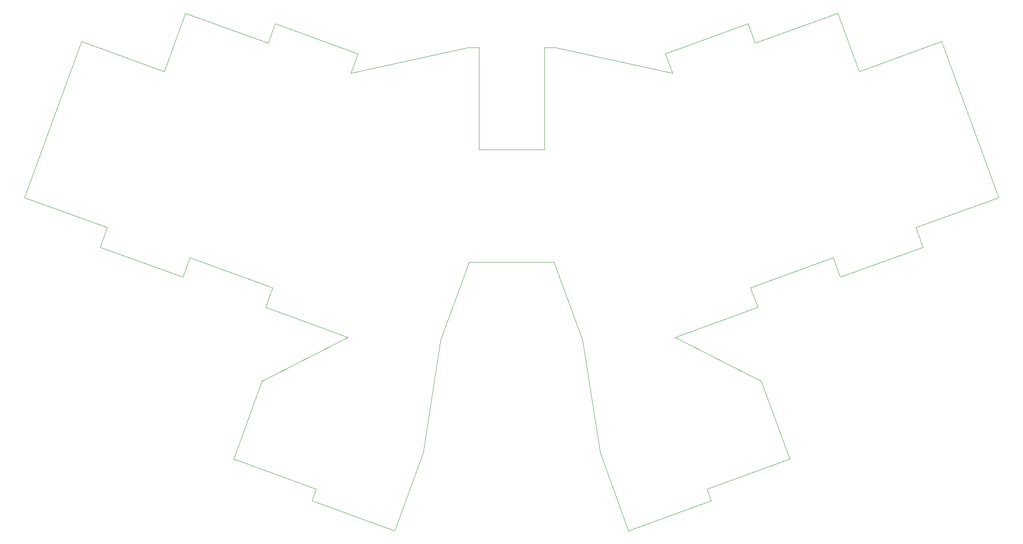
<source format=gbr>
%TF.GenerationSoftware,KiCad,Pcbnew,7.0.1*%
%TF.CreationDate,2024-06-17T16:10:21-04:00*%
%TF.ProjectId,goober-wi,676f6f62-6572-42d7-9769-2e6b69636164,rev?*%
%TF.SameCoordinates,Original*%
%TF.FileFunction,Profile,NP*%
%FSLAX46Y46*%
G04 Gerber Fmt 4.6, Leading zero omitted, Abs format (unit mm)*
G04 Created by KiCad (PCBNEW 7.0.1) date 2024-06-17 16:10:21*
%MOMM*%
%LPD*%
G01*
G04 APERTURE LIST*
%TA.AperFunction,Profile*%
%ADD10C,0.100000*%
%TD*%
G04 APERTURE END LIST*
D10*
X227930000Y-93420000D02*
X211010000Y-99570000D01*
X44060000Y-83260000D02*
X55690000Y-51320000D01*
X110270000Y-111880000D02*
X93350000Y-105730000D01*
X176650000Y-57810000D02*
X175200000Y-53810000D01*
X231760000Y-51310000D02*
X243390000Y-83270000D01*
X194100000Y-105720000D02*
X177180000Y-111890000D01*
X112250000Y-53810000D02*
X110800000Y-57800000D01*
X93890000Y-51650000D02*
X95340000Y-47650000D01*
X72600000Y-57480000D02*
X76970000Y-45490000D01*
X200620000Y-136820000D02*
X183710000Y-142980000D01*
X55690000Y-51320000D02*
X72600000Y-57480000D01*
X86830000Y-136820000D02*
X92640000Y-120850000D01*
X137100000Y-73470000D02*
X150440000Y-73460000D01*
X177180000Y-111890000D02*
X194810000Y-120850000D01*
X184580000Y-145370000D02*
X167670000Y-151530000D01*
X150450000Y-52520000D02*
X152770000Y-52520000D01*
X183710000Y-142980000D02*
X184580000Y-145370000D01*
X135030000Y-96460000D02*
X129220000Y-112450000D01*
X150440000Y-73460000D02*
X150450000Y-52520000D01*
X158240000Y-112450000D02*
X152410000Y-96460000D01*
X152770000Y-52520000D02*
X176650000Y-57810000D01*
X129220000Y-112450000D02*
X125600000Y-135560000D01*
X76440000Y-99570000D02*
X59520000Y-93410000D01*
X76970000Y-45490000D02*
X93890000Y-51650000D01*
X137090000Y-52510000D02*
X137100000Y-73470000D01*
X94810000Y-101730000D02*
X77890000Y-95580000D01*
X119780000Y-151530000D02*
X102870000Y-145370000D01*
X59520000Y-93410000D02*
X60980000Y-89410000D01*
X60980000Y-89410000D02*
X44060000Y-83260000D01*
X175200000Y-53810000D02*
X192120000Y-47650000D01*
X110800000Y-57800000D02*
X134760000Y-52510000D01*
X193570000Y-51650000D02*
X210480000Y-45490000D01*
X92640000Y-120850000D02*
X110270000Y-111880000D01*
X192640000Y-101740000D02*
X194100000Y-105720000D01*
X77890000Y-95580000D02*
X76440000Y-99570000D01*
X192120000Y-47650000D02*
X193570000Y-51650000D01*
X214850000Y-57480000D02*
X231760000Y-51310000D01*
X211010000Y-99570000D02*
X209550000Y-95570000D01*
X134760000Y-52510000D02*
X137090000Y-52510000D01*
X210480000Y-45490000D02*
X214850000Y-57480000D01*
X125600000Y-135560000D02*
X119780000Y-151530000D01*
X95340000Y-47650000D02*
X112250000Y-53810000D01*
X152410000Y-96460000D02*
X135030000Y-96460000D01*
X226470000Y-89420000D02*
X227930000Y-93420000D01*
X93350000Y-105730000D02*
X94810000Y-101730000D01*
X103740000Y-142980000D02*
X86830000Y-136820000D01*
X243390000Y-83270000D02*
X226470000Y-89420000D01*
X167670000Y-151530000D02*
X161850000Y-135550000D01*
X102870000Y-145370000D02*
X103740000Y-142980000D01*
X209550000Y-95570000D02*
X192640000Y-101740000D01*
X194810000Y-120850000D02*
X200620000Y-136820000D01*
X161850000Y-135550000D02*
X158240000Y-112450000D01*
M02*

</source>
